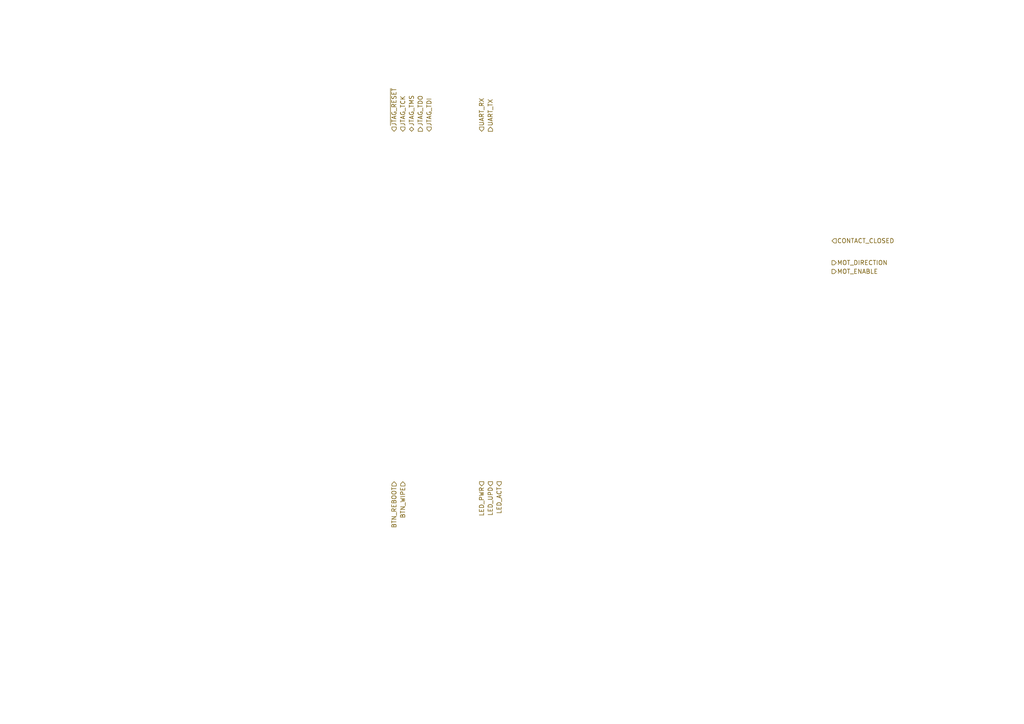
<source format=kicad_sch>
(kicad_sch
	(version 20250114)
	(generator "eeschema")
	(generator_version "9.0")
	(uuid "393d1ad1-4f47-4813-80db-2ff0bccd8599")
	(paper "A4")
	(title_block
		(title "iot-contact")
	)
	(lib_symbols)
	(hierarchical_label "BTN_REBOOT"
		(shape input)
		(at 114.3 139.7 270)
		(effects
			(font
				(size 1.27 1.27)
			)
			(justify right)
		)
		(uuid "0c6e71a3-ccd4-4f57-aacd-cd48264882d5")
	)
	(hierarchical_label "~{JTAG_RESET}"
		(shape input)
		(at 114.3 38.1 90)
		(effects
			(font
				(size 1.27 1.27)
			)
			(justify left)
		)
		(uuid "229a3404-2336-45f6-b34e-89bae4bf1f28")
	)
	(hierarchical_label "MOT_ENABLE"
		(shape output)
		(at 241.3 78.74 0)
		(effects
			(font
				(size 1.27 1.27)
			)
			(justify left)
		)
		(uuid "2382f107-6b85-49f7-a7f2-b41fe57a6929")
	)
	(hierarchical_label "UART_TX"
		(shape output)
		(at 142.24 38.1 90)
		(effects
			(font
				(size 1.27 1.27)
			)
			(justify left)
		)
		(uuid "3344ea58-6ebf-4d72-89cc-cbac6c60daa4")
	)
	(hierarchical_label "LED_UPD"
		(shape output)
		(at 142.24 139.7 270)
		(effects
			(font
				(size 1.27 1.27)
			)
			(justify right)
		)
		(uuid "5da7ab40-9bf4-4dc1-a08c-dee7ad9780f6")
	)
	(hierarchical_label "JTAG_TMS"
		(shape bidirectional)
		(at 119.38 38.1 90)
		(effects
			(font
				(size 1.27 1.27)
			)
			(justify left)
		)
		(uuid "617b37ec-b5d3-4e1b-971a-1e543c286c47")
	)
	(hierarchical_label "BTN_WIPE"
		(shape input)
		(at 116.84 139.7 270)
		(effects
			(font
				(size 1.27 1.27)
			)
			(justify right)
		)
		(uuid "6ebd1d0f-ebc5-4fed-866b-72c1fc73c067")
	)
	(hierarchical_label "JTAG_TDI"
		(shape input)
		(at 124.46 38.1 90)
		(effects
			(font
				(size 1.27 1.27)
			)
			(justify left)
		)
		(uuid "6f1da862-866e-4613-b148-bd73f5d74510")
	)
	(hierarchical_label "LED_PWR"
		(shape output)
		(at 139.7 139.7 270)
		(effects
			(font
				(size 1.27 1.27)
			)
			(justify right)
		)
		(uuid "6f559997-3ab3-4801-91cc-bd35a3229ef7")
	)
	(hierarchical_label "LED_ACT"
		(shape output)
		(at 144.78 139.7 270)
		(effects
			(font
				(size 1.27 1.27)
			)
			(justify right)
		)
		(uuid "7a9cbe62-0a68-488f-b000-8245036b151d")
	)
	(hierarchical_label "MOT_DIRECTION"
		(shape output)
		(at 241.3 76.2 0)
		(effects
			(font
				(size 1.27 1.27)
			)
			(justify left)
		)
		(uuid "7cea7323-ae92-4bce-baa0-3ea976745bf9")
	)
	(hierarchical_label "JTAG_TCK"
		(shape input)
		(at 116.84 38.1 90)
		(effects
			(font
				(size 1.27 1.27)
			)
			(justify left)
		)
		(uuid "806823e9-c7ef-45dc-832c-ddb4378c340f")
	)
	(hierarchical_label "JTAG_TDO"
		(shape output)
		(at 121.92 38.1 90)
		(effects
			(font
				(size 1.27 1.27)
			)
			(justify left)
		)
		(uuid "c8c54128-6def-44a1-83c3-03363c086b89")
	)
	(hierarchical_label "UART_RX"
		(shape input)
		(at 139.7 38.1 90)
		(effects
			(font
				(size 1.27 1.27)
			)
			(justify left)
		)
		(uuid "f746bc5a-1478-4385-b328-a1f6bc50eb2b")
	)
	(hierarchical_label "CONTACT_CLOSED"
		(shape input)
		(at 241.3 69.85 0)
		(effects
			(font
				(size 1.27 1.27)
			)
			(justify left)
		)
		(uuid "fa84533f-5191-4139-bd31-6669d829fda6")
	)
)

</source>
